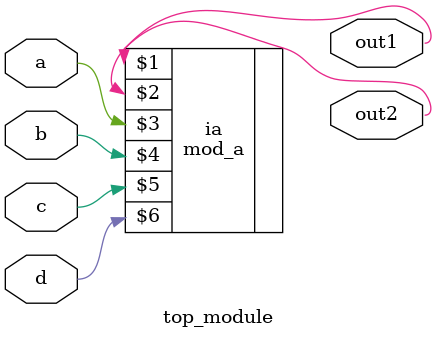
<source format=sv>
module top_module ( 
    input a, 
    input b, 
    input c,
    input d,
    output out1,
    output out2
);
    mod_a ia(out1, out2, a, b, c, d);
endmodule

</source>
